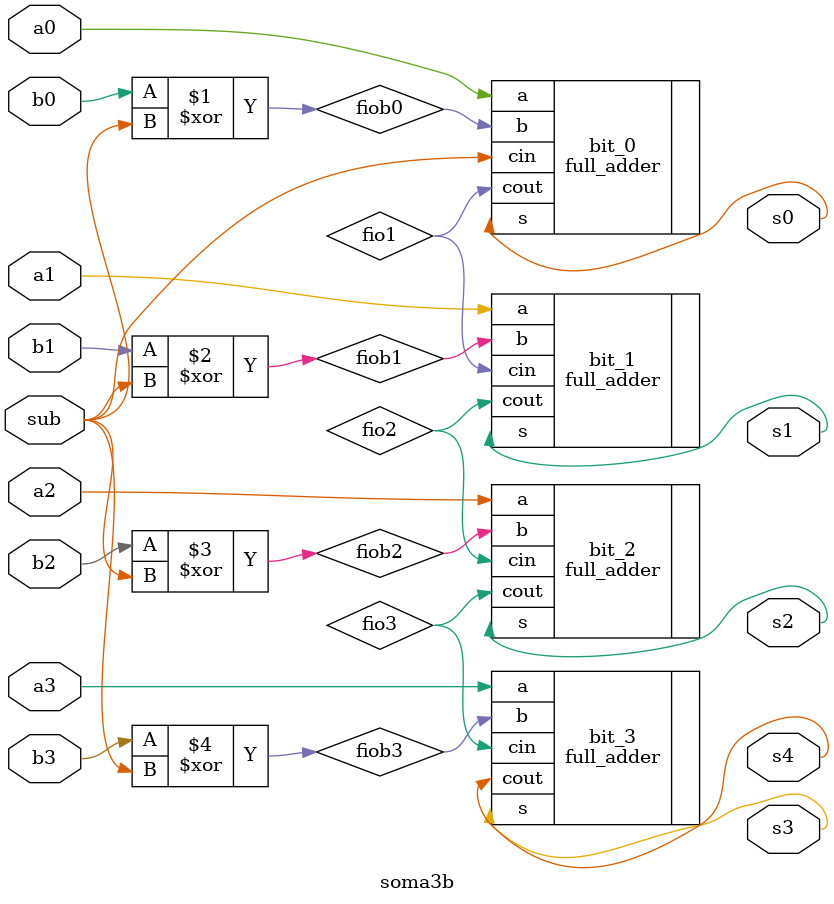
<source format=v>
module soma3b (
input	a0,
input	b0,
input	a1,
input	b1,
input	a2,
input	b2,
input	a3,
input	b3,
input   sub,
output	s0,
output	s1,
output	s2,
output	s3,
output  s4);

    wire fio1, fio2,fio3;
    wire fiob0, fiob1, fiob2, fiob3;

    xor(fiob0, b0, sub);
    xor(fiob1, b1, sub);
    xor(fiob2, b2, sub);
    xor(fiob3, b3, sub);

    full_adder bit_0(   .a(a0),
                        .b(fiob0),
                        .cin(sub),
                        .s(s0),
                        .cout(fio1));
	
    full_adder bit_1(   .a(a1),
                        .b(fiob1),
                        .cin(fio1),
                        .s(s1),
                        .cout(fio2) );
	
    full_adder bit_2(	.a(a2), 
						.b(fiob2), 
						.cin(fio2),
						.s(s2),
						.cout(fio3) );

	full_adder bit_3(	.a(a3), 
						.b(fiob3), 
						.cin(fio3),
						.s(s3),
						.cout(s4) );

endmodule


</source>
